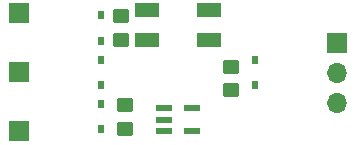
<source format=gbr>
%TF.GenerationSoftware,KiCad,Pcbnew,7.0.5*%
%TF.CreationDate,2024-03-05T22:02:34-06:00*%
%TF.ProjectId,GATE,47415445-2e6b-4696-9361-645f70636258,rev?*%
%TF.SameCoordinates,Original*%
%TF.FileFunction,Soldermask,Top*%
%TF.FilePolarity,Negative*%
%FSLAX46Y46*%
G04 Gerber Fmt 4.6, Leading zero omitted, Abs format (unit mm)*
G04 Created by KiCad (PCBNEW 7.0.5) date 2024-03-05 22:02:34*
%MOMM*%
%LPD*%
G01*
G04 APERTURE LIST*
G04 Aperture macros list*
%AMRoundRect*
0 Rectangle with rounded corners*
0 $1 Rounding radius*
0 $2 $3 $4 $5 $6 $7 $8 $9 X,Y pos of 4 corners*
0 Add a 4 corners polygon primitive as box body*
4,1,4,$2,$3,$4,$5,$6,$7,$8,$9,$2,$3,0*
0 Add four circle primitives for the rounded corners*
1,1,$1+$1,$2,$3*
1,1,$1+$1,$4,$5*
1,1,$1+$1,$6,$7*
1,1,$1+$1,$8,$9*
0 Add four rect primitives between the rounded corners*
20,1,$1+$1,$2,$3,$4,$5,0*
20,1,$1+$1,$4,$5,$6,$7,0*
20,1,$1+$1,$6,$7,$8,$9,0*
20,1,$1+$1,$8,$9,$2,$3,0*%
G04 Aperture macros list end*
%ADD10R,1.473200X0.558800*%
%ADD11R,0.609600X0.660400*%
%ADD12R,1.700000X1.700000*%
%ADD13RoundRect,0.250000X-0.450000X0.350000X-0.450000X-0.350000X0.450000X-0.350000X0.450000X0.350000X0*%
%ADD14O,1.700000X1.700000*%
%ADD15RoundRect,0.102000X-0.937500X-0.525000X0.937500X-0.525000X0.937500X0.525000X-0.937500X0.525000X0*%
%ADD16RoundRect,0.102000X0.937500X0.525000X-0.937500X0.525000X-0.937500X-0.525000X0.937500X-0.525000X0*%
G04 APERTURE END LIST*
D10*
%TO.C,U1*%
X153806200Y-90549999D03*
X153806200Y-91500000D03*
X153806200Y-92450001D03*
X156193800Y-92450001D03*
X156193800Y-90549999D03*
%TD*%
D11*
%TO.C,LED4*%
X148500000Y-88579500D03*
X148500000Y-86420500D03*
%TD*%
%TO.C,LED3*%
X161500000Y-88579500D03*
X161500000Y-86420500D03*
%TD*%
%TO.C,LED2*%
X148500000Y-90170500D03*
X148500000Y-92329500D03*
%TD*%
%TO.C,LED1*%
X148500000Y-84829500D03*
X148500000Y-82670500D03*
%TD*%
D12*
%TO.C,J6*%
X141500000Y-87500000D03*
%TD*%
D13*
%TO.C,R3*%
X159500000Y-87000000D03*
X159500000Y-89000000D03*
%TD*%
%TO.C,R1*%
X150200000Y-82750000D03*
X150200000Y-84750000D03*
%TD*%
%TO.C,R2*%
X150500000Y-90250000D03*
X150500000Y-92250000D03*
%TD*%
D12*
%TO.C,J1*%
X141500000Y-82500000D03*
%TD*%
%TO.C,J2*%
X141500000Y-92500000D03*
%TD*%
%TO.C,J3*%
X168500000Y-85000000D03*
D14*
X168500000Y-87540000D03*
X168500000Y-90080000D03*
%TD*%
D15*
%TO.C,D1*%
X152337500Y-82250000D03*
D16*
X157662500Y-82250000D03*
D15*
X152337500Y-84750000D03*
D16*
X157662500Y-84750000D03*
%TD*%
M02*

</source>
